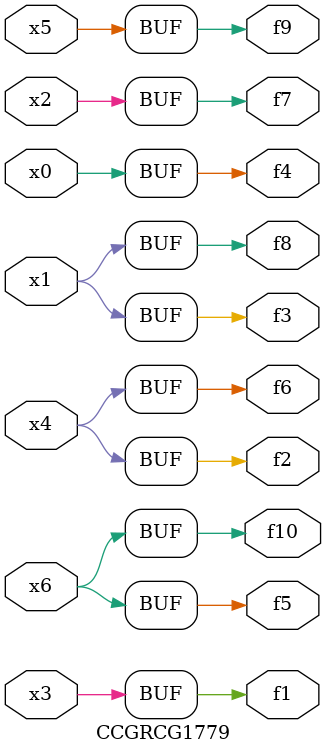
<source format=v>
module CCGRCG1779(
	input x0, x1, x2, x3, x4, x5, x6,
	output f1, f2, f3, f4, f5, f6, f7, f8, f9, f10
);
	assign f1 = x3;
	assign f2 = x4;
	assign f3 = x1;
	assign f4 = x0;
	assign f5 = x6;
	assign f6 = x4;
	assign f7 = x2;
	assign f8 = x1;
	assign f9 = x5;
	assign f10 = x6;
endmodule

</source>
